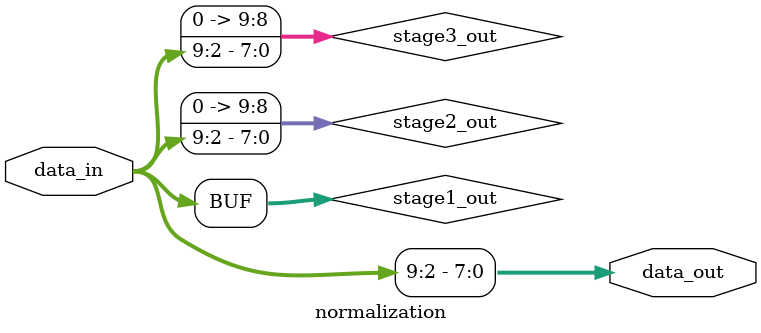
<source format=sv>
module subpixel_render (
    input [7:0] px1, px2,
    output [7:0] px_out
);
    // Internal signals for connection between submodules
    wire [9:0] weighted_sum;
    
    // Instance of pixel weighting module
    pixel_weighting u_pixel_weighting (
        .pixel1(px1),
        .pixel2(px2),
        .sum_out(weighted_sum)
    );
    
    // Instance of normalization module
    normalization u_normalization (
        .data_in(weighted_sum),
        .data_out(px_out)
    );
    
endmodule

// Submodule for pixel weighting calculation using Baugh-Wooley multiplier
module pixel_weighting (
    input [7:0] pixel1,
    input [7:0] pixel2,
    output [9:0] sum_out
);
    // Parameters for weighting factors
    parameter WEIGHT1 = 3;
    parameter WEIGHT2 = 1;
    
    // Intermediate signals for Baugh-Wooley multiplication results
    wire [9:0] product1;
    wire [9:0] product2;
    
    // Instantiate Baugh-Wooley multipliers
    baugh_wooley_mult #(.WIDTH(8), .CONST_MULT(WEIGHT1)) bw_mult1 (
        .a(pixel1),
        .y(product1)
    );
    
    baugh_wooley_mult #(.WIDTH(8), .CONST_MULT(WEIGHT2)) bw_mult2 (
        .a(pixel2),
        .y(product2)
    );
    
    // Calculate weighted sum
    assign sum_out = product1 + product2;
    
endmodule

// Baugh-Wooley constant multiplier implementation
module baugh_wooley_mult #(
    parameter WIDTH = 8,
    parameter CONST_MULT = 1
)(
    input [WIDTH-1:0] a,
    output [WIDTH+1:0] y
);
    // Internal wires for partial products
    wire [WIDTH-1:0] pp[WIDTH-1:0];
    wire [WIDTH*2-1:0] sum;
    
    // Generate partial products
    genvar i, j;
    generate
        for (i = 0; i < WIDTH-1; i = i + 1) begin: gen_pp_rows
            for (j = 0; j < WIDTH-1; j = j + 1) begin: gen_pp_cols
                assign pp[i][j] = a[j] & CONST_MULT[i];
            end
            // Handle sign bit with complementation for Baugh-Wooley
            assign pp[i][WIDTH-1] = ~(a[WIDTH-1] & CONST_MULT[i]);
        end
        
        // Handle last row with sign modifications
        for (j = 0; j < WIDTH-1; j = j + 1) begin: gen_last_row
            assign pp[WIDTH-1][j] = ~(a[j] & CONST_MULT[WIDTH-1]);
        end
        // Corner term (positive)
        assign pp[WIDTH-1][WIDTH-1] = a[WIDTH-1] & CONST_MULT[WIDTH-1];
    endgenerate
    
    // Sum all partial products
    integer k, l;
    reg [WIDTH*2-1:0] sum_reg;
    
    always @(*) begin
        sum_reg = 0;
        // Add partial products
        for (k = 0; k < WIDTH; k = k + 1) begin
            for (l = 0; l < WIDTH; l = l + 1) begin
                sum_reg[k+l] = sum_reg[k+l] + pp[k][l];
            end
        end
        // Add correction term for Baugh-Wooley algorithm
        sum_reg[2*WIDTH-1] = sum_reg[2*WIDTH-1] + 1'b1;
    end
    
    assign sum = sum_reg;
    
    // Output the required bits based on module parameter
    assign y = sum[WIDTH+1:0];
    
endmodule

// Submodule for normalization operation using barrel shifter
module normalization (
    input [9:0] data_in,
    output [7:0] data_out
);
    // Parameter for normalization shift
    parameter NORM_SHIFT = 2;
    
    // Implement barrel shifter structure for right shifting
    // Stage 1: Shift by 0 or 1 bit
    wire [9:0] stage1_out;
    assign stage1_out = (NORM_SHIFT[0]) ? {1'b0, data_in[9:1]} : data_in;
    
    // Stage 2: Shift by 0 or 2 bits
    wire [9:0] stage2_out;
    assign stage2_out = (NORM_SHIFT[1]) ? {{2{1'b0}}, stage1_out[9:2]} : stage1_out;
    
    // Stage 3: Shift by 0 or 4 bits (if needed for larger shifts)
    wire [9:0] stage3_out;
    assign stage3_out = (NORM_SHIFT[2]) ? {{4{1'b0}}, stage2_out[9:4]} : stage2_out;
    
    // Output the normalized result
    assign data_out = stage3_out[7:0];
    
endmodule
</source>
